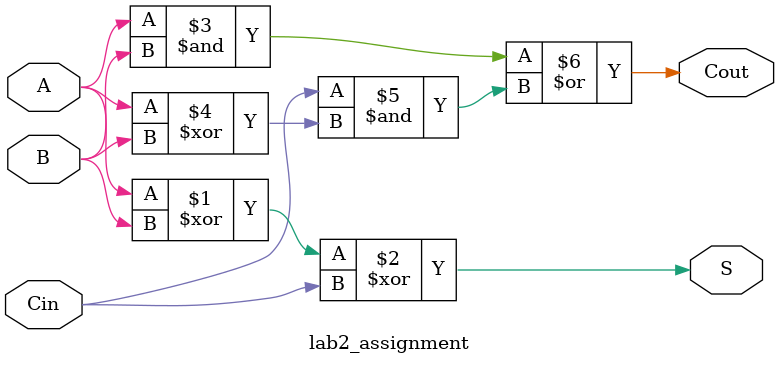
<source format=v>
`timescale 1ns / 1ps


module lab2_assignment(
    input A,
    input B,
    input Cin,
    output S,
    output Cout
    );
    assign S = A^B^Cin;
    assign Cout = A&B | Cin&(A^B);
    
endmodule

</source>
